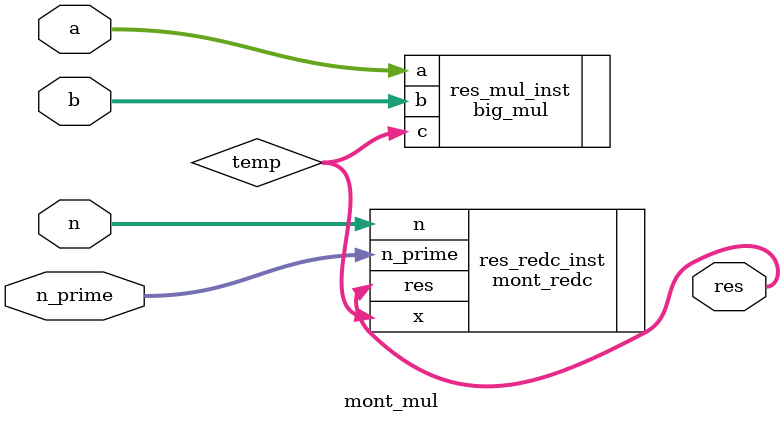
<source format=sv>
module mont_mul #(
    parameter int LEN = 2048
) (
    input [LENI:0] a,
    input [LENI:0] b,
    input [LENI:0] n,
    input [LENI:0] n_prime,
    output [LENI:0] res
);

localparam int LENI = LEN - 1;
localparam int LEND = LEN * 2 - 1;

wire [LEND:0] temp;
big_mul #(
    .LEN(LEN)
) res_mul_inst (
    .a(a),
    .b(b),
    .c(temp)
);

mont_redc #(
    .LEN(LEN)
) res_redc_inst (
    .x(temp),
    .n(n),
    .n_prime(n_prime),
    .res(res)
);

endmodule

</source>
